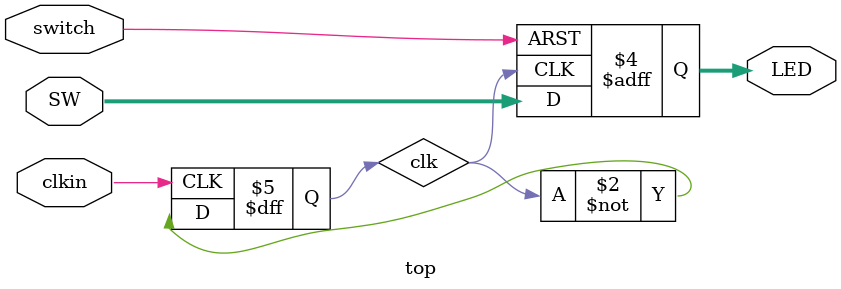
<source format=v>
`timescale 1ns/100ps


module top(
  clkin,
  switch,
  LED,
  SW
  );

  input clkin;
  input switch;
  output [7:0] LED;
  input [7:0] SW;
  
  reg clk;
  reg [7:0] LED;
  
  always @(posedge clkin)
    clk <= ~clk;

  always @(posedge clk or posedge switch)
  begin
    if(switch)
      begin
        LED <= 8'b00000000;
      end
    else begin
      LED <= SW;
    end
  end

endmodule

</source>
